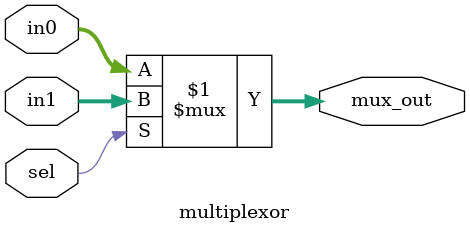
<source format=v>
module multiplexor
#(
	parameter integer WIDTH=5
)
(
	input wire 	[WIDTH-1:0]	in0,
	input wire 	[WIDTH-1:0]	in1,
	input wire 			sel,
	output wire 	[WIDTH-1:0] 	mux_out
);
	assign mux_out = sel?in1:in0;
endmodule

</source>
